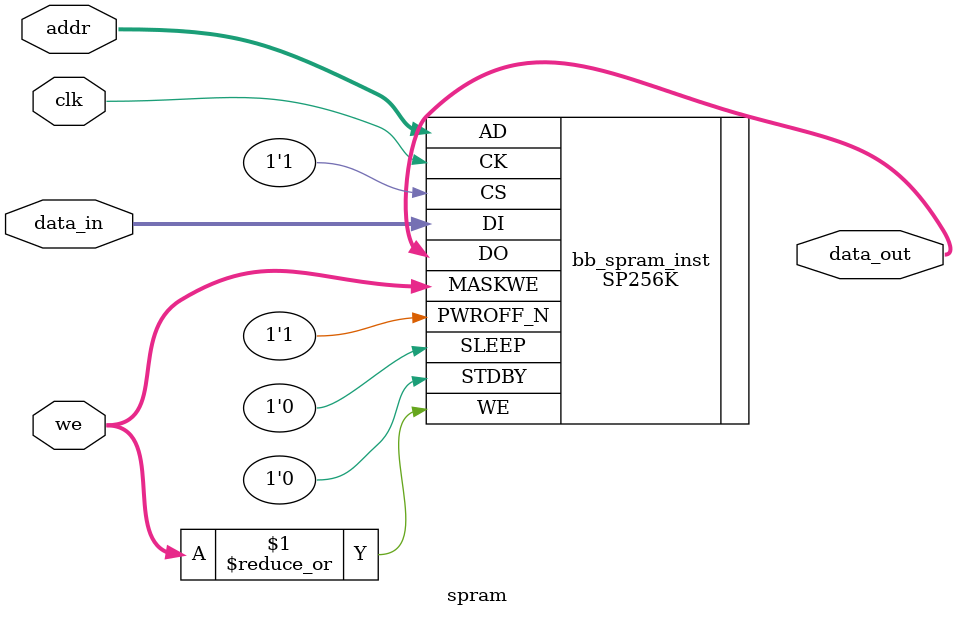
<source format=sv>
module spram
(
	input wire clk,
	input wire [3:0] we,
	input wire [13:0] addr,
	input wire [15:0] data_in,
	output wire [15:0] data_out
);

`ifdef VERILATOR
reg [15:0] mem[16384];

reg [15:0] data_out_r;

always_ff @(posedge clk) begin
	integer i;
	for (i = 0; i < 4; i = i + 1) begin
		if (we[i]) begin
			mem[addr][(3+4*i)+:4] <= data_in[(3+4*i)+:4];
		end
	end
	
	data_out_r <= mem[addr];
end

assign data_out = data_out_r;
`else
SP256K bb_spram_inst(.AD(addr), .DI(data_in), .MASKWE(we), .WE(|we), .CS('1), .CK(clk), .STDBY('0), .SLEEP('0), .PWROFF_N('1), .DO(data_out));
`endif

endmodule
</source>
